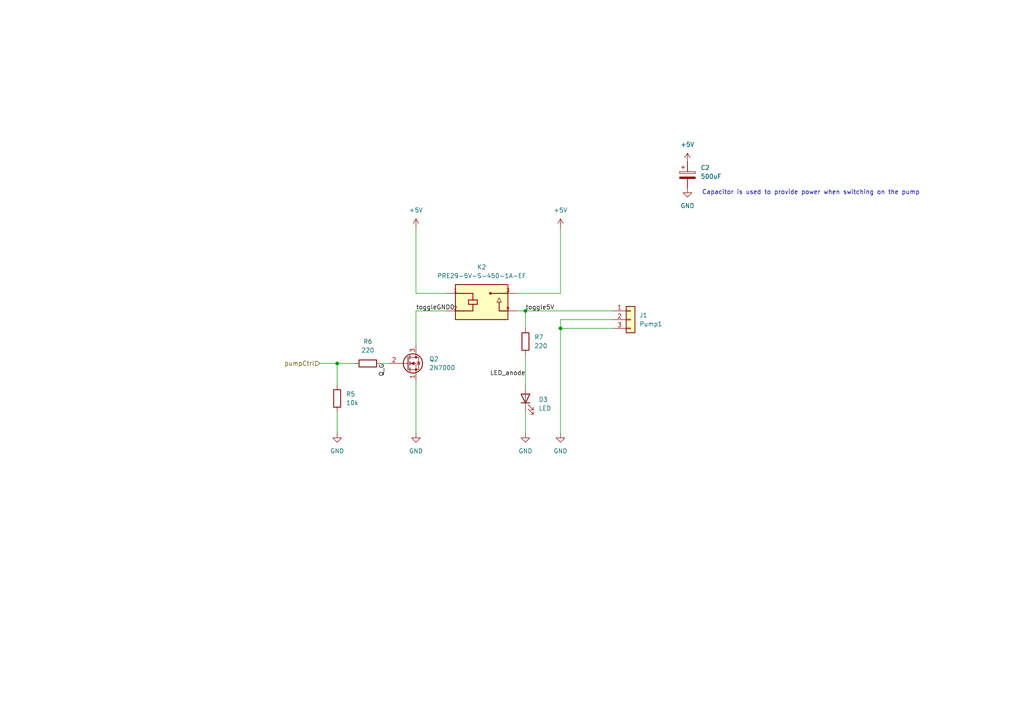
<source format=kicad_sch>
(kicad_sch (version 20231120) (generator "eeschema") (generator_version "8.0")
  (paper "A4")
  (lib_symbols
    (symbol "Connector_Generic:Conn_01x03" (pin_names (offset 1.016) hide)
      (property "Reference" "J" (at 0 5.08 0))
      (property "Value" "Conn_01x03" (at 0 -5.08 0))
      (symbol "Conn_01x03_1_1"
        (rectangle (start -1.27 -2.413) (end 0 -2.667) (stroke (width 0.1524)))
        (rectangle (start -1.27 0.127) (end 0 -0.127) (stroke (width 0.1524)))
        (rectangle (start -1.27 2.667) (end 0 2.413) (stroke (width 0.1524)))
        (rectangle (start -1.27 3.81) (end 1.27 -3.81) (stroke (width 0.254)) (fill (type background)))
        (pin passive line (at -5.08 2.54 0) (length 3.81) (name "Pin_1") (number "1"))
        (pin passive line (at -5.08 0 0) (length 3.81) (name "Pin_2") (number "2"))
        (pin passive line (at -5.08 -2.54 0) (length 3.81) (name "Pin_3") (number "3"))
      )
    )
    (symbol "Device:C_Polarized" (pin_numbers hide) (pin_names (offset 0.254))
      (property "Reference" "C" (at 0.635 2.54 0))
      (property "Value" "C_Polarized" (at 0.635 -2.54 0))
      (symbol "C_Polarized_0_1"
        (rectangle (start -2.286 0.508) (end 2.286 1.016))
        (polyline (pts (xy -1.778 2.286) (xy -0.762 2.286)))
        (polyline (pts (xy -1.27 2.794) (xy -1.27 1.778)))
        (rectangle (start 2.286 -0.508) (end -2.286 -1.016) (fill (type outline)))
      )
      (symbol "C_Polarized_1_1"
        (pin passive line (at 0 3.81 270) (length 2.794) (name "~") (number "1"))
        (pin passive line (at 0 -3.81 90) (length 2.794) (name "~") (number "2"))
      )
    )
    (symbol "Device:LED" (pin_numbers hide) (pin_names (offset 1.016) hide)
      (property "Reference" "D" (at 0 2.54 0))
      (property "Value" "LED" (at 0 -2.54 0))
      (symbol "LED_0_1"
        (polyline (pts (xy -1.27 -1.27) (xy -1.27 1.27)) (stroke (width 0.254)))
        (polyline (pts (xy -1.27 0) (xy 1.27 0)))
        (polyline (pts (xy 1.27 -1.27) (xy 1.27 1.27) (xy -1.27 0) (xy 1.27 -1.27)) (stroke (width 0.254)))
        (polyline (pts (xy -3.048 -0.762) (xy -4.572 -2.286) (xy -3.81 -2.286) (xy -4.572 -2.286) (xy -4.572 -1.524)))
        (polyline (pts (xy -1.778 -0.762) (xy -3.302 -2.286) (xy -2.54 -2.286) (xy -3.302 -2.286) (xy -3.302 -1.524)))
      )
      (symbol "LED_1_1"
        (pin passive line (at -3.81 0 0) (length 2.54) (name "K") (number "1"))
        (pin passive line (at 3.81 0 180) (length 2.54) (name "A") (number "2"))
      )
    )
    (symbol "Device:R" (pin_numbers hide) (pin_names (offset 0))
      (property "Reference" "R" (at 2.032 0 90))
      (property "Value" "R" (at 0 0 90))
      (symbol "R_0_1"
        (rectangle (start -1.016 -2.54) (end 1.016 2.54) (stroke (width 0.254)))
      )
      (symbol "R_1_1"
        (pin passive line (at 0 3.81 270) (length 1.27) (name "~") (number "1"))
        (pin passive line (at 0 -3.81 90) (length 1.27) (name "~") (number "2"))
      )
    )
    (symbol "PRE29-5V-S-450-1A-EF:PRE29-5V-S-450-1A-EF" (pin_names (offset 1.016) hide)
      (property "Reference" "K" (at -7.62 6.35 0))
      (property "Value" "PRE29-5V-S-450-1A-EF" (at -7.62 -7.62 0))
      (symbol "PRE29-5V-S-450-1A-EF_0_0"
        (rectangle (start -7.62 -5.08) (end 7.62 5.08) (stroke (width 0.254)) (fill (type background)))
        (polyline (pts (xy -7.62 -2.54) (xy -2.54 -2.54)) (stroke (width 0.254)))
        (polyline (pts (xy -7.62 2.54) (xy -2.54 2.54)) (stroke (width 0.254)))
        (polyline (pts (xy -3.81 -0.635) (xy -3.81 0.635)) (stroke (width 0.254)))
        (polyline (pts (xy -3.81 0.635) (xy -2.54 0.635)) (stroke (width 0.254)))
        (polyline (pts (xy -2.54 -0.635) (xy -3.81 -0.635)) (stroke (width 0.254)))
        (polyline (pts (xy -2.54 -0.635) (xy -2.54 -2.54)) (stroke (width 0.254)))
        (polyline (pts (xy -2.54 0.635) (xy -1.27 0.635)) (stroke (width 0.254)))
        (polyline (pts (xy -2.54 2.54) (xy -2.54 0.635)) (stroke (width 0.254)))
        (polyline (pts (xy -1.27 -0.635) (xy -2.54 -0.635)) (stroke (width 0.254)))
        (polyline (pts (xy -1.27 0.635) (xy -1.27 -0.635)) (stroke (width 0.254)))
        (polyline (pts (xy 5.08 -2.54) (xy 5.08 0)) (stroke (width 0.254)))
        (polyline (pts (xy 7.62 -2.54) (xy 5.08 -2.54)) (stroke (width 0.254)))
        (polyline (pts (xy 7.62 2.54) (xy 2.54 2.54)) (stroke (width 0.254)))
        (polyline (pts (xy 4.445 0) (xy 5.715 0) (xy 5.08 1.27) (xy 4.445 0)) (stroke (width 0.1524)) (fill (type background)))
        (circle (center 2.54 2.54) (radius 0.254) (stroke (width 0.254)))
        (pin passive line (at -10.16 2.54 0) (length 5.08) (name "~") (number "1"))
        (pin passive line (at -10.16 -2.54 0) (length 5.08) (name "~") (number "2"))
        (pin passive line (at 10.16 2.54 180) (length 5.08) (name "~") (number "3"))
        (pin passive line (at 10.16 -2.54 180) (length 5.08) (name "~") (number "4"))
      )
    )
    (symbol "Transistor_FET:2N7000" (pin_names hide)
      (property "Reference" "Q" (at 5.08 1.905 0))
      (property "Value" "2N7000" (at 5.08 0 0))
      (symbol "2N7000_0_1"
        (polyline (pts (xy 0.254 0) (xy -2.54 0)))
        (polyline (pts (xy 0.254 1.905) (xy 0.254 -1.905)) (stroke (width 0.254)))
        (polyline (pts (xy 0.762 -1.27) (xy 0.762 -2.286)) (stroke (width 0.254)))
        (polyline (pts (xy 0.762 0.508) (xy 0.762 -0.508)) (stroke (width 0.254)))
        (polyline (pts (xy 0.762 2.286) (xy 0.762 1.27)) (stroke (width 0.254)))
        (polyline (pts (xy 2.54 2.54) (xy 2.54 1.778)))
        (polyline (pts (xy 2.54 -2.54) (xy 2.54 0) (xy 0.762 0)))
        (polyline (pts (xy 0.762 -1.778) (xy 3.302 -1.778) (xy 3.302 1.778) (xy 0.762 1.778)))
        (polyline (pts (xy 1.016 0) (xy 2.032 0.381) (xy 2.032 -0.381) (xy 1.016 0)) (fill (type outline)))
        (polyline (pts (xy 2.794 0.508) (xy 2.921 0.381) (xy 3.683 0.381) (xy 3.81 0.254)))
        (polyline (pts (xy 3.302 0.381) (xy 2.921 -0.254) (xy 3.683 -0.254) (xy 3.302 0.381)))
        (circle (center 1.651 0) (radius 2.794) (stroke (width 0.254)))
        (circle (center 2.54 -1.778) (radius 0.254) (fill (type outline)))
        (circle (center 2.54 1.778) (radius 0.254) (fill (type outline)))
      )
      (symbol "2N7000_1_1"
        (pin passive line (at 2.54 -5.08 90) (length 2.54) (name "S") (number "1"))
        (pin input line (at -5.08 0 0) (length 2.54) (name "G") (number "2"))
        (pin passive line (at 2.54 5.08 270) (length 2.54) (name "D") (number "3"))
      )
    )
    (symbol "power:+5V" (power) (pin_numbers hide) (pin_names (offset 0) hide)
      (property "Value" "+5V" (at 0 3.556 0))
      (symbol "+5V_0_1"
        (polyline (pts (xy -0.762 1.27) (xy 0 2.54)))
        (polyline (pts (xy 0 0) (xy 0 2.54)))
        (polyline (pts (xy 0 2.54) (xy 0.762 1.27)))
      )
      (symbol "+5V_1_1"
        (pin power_in line (at 0 0 90) (length 0) (name "~") (number "1"))
      )
    )
    (symbol "power:GND" (power) (pin_numbers hide) (pin_names (offset 0) hide)
      (property "Value" "GND" (at 0 -3.81 0))
      (symbol "GND_0_1"
        (polyline (pts (xy 0 0) (xy 0 -1.27) (xy 1.27 -1.27) (xy 0 -2.54) (xy -1.27 -1.27) (xy 0 -1.27)))
      )
      (symbol "GND_1_1"
        (pin power_in line (at 0 0 270) (length 0) (name "~") (number "1"))
      )
    )
  )
  (junction (at 97.79 105.41))
  (junction (at 162.56 95.25))
  (junction (at 152.4 90.17))
  (wire (pts (xy 149.86 90.17) (xy 152.4 90.17)))
  (wire (pts (xy 162.56 92.71) (xy 162.56 95.25)))
  (wire (pts (xy 162.56 95.25) (xy 177.8 95.25)))
  (wire (pts (xy 120.65 110.49) (xy 120.65 125.73)))
  (wire (pts (xy 152.4 119.38) (xy 152.4 125.73)))
  (wire (pts (xy 152.4 102.87) (xy 152.4 111.76)))
  (wire (pts (xy 162.56 66.04) (xy 162.56 85.09)))
  (wire (pts (xy 97.79 105.41) (xy 102.87 105.41)))
  (wire (pts (xy 152.4 90.17) (xy 177.8 90.17)))
  (wire (pts (xy 162.56 95.25) (xy 162.56 125.73)))
  (wire (pts (xy 177.8 92.71) (xy 162.56 92.71)))
  (wire (pts (xy 120.65 100.33) (xy 120.65 90.17)))
  (wire (pts (xy 97.79 105.41) (xy 97.79 111.76)))
  (wire (pts (xy 162.56 85.09) (xy 149.86 85.09)))
  (wire (pts (xy 97.79 119.38) (xy 97.79 125.73)))
  (wire (pts (xy 129.54 85.09) (xy 120.65 85.09)))
  (wire (pts (xy 120.65 90.17) (xy 129.54 90.17)))
  (wire (pts (xy 92.71 105.41) (xy 97.79 105.41)))
  (wire (pts (xy 110.49 105.41) (xy 113.03 105.41)))
  (wire (pts (xy 120.65 66.04) (xy 120.65 85.09)))
  (wire (pts (xy 152.4 90.17) (xy 152.4 95.25)))
  (text "Capacitor is used to provide power when switching on the pump" (at 235.204 55.88 0) (effects (font (size 1.27 1.27))))
  (label "toggleGND0" (at 120.65 90.17 0))
  (label "toggle5V" (at 152.4 90.17 0))
  (label "LED_anode" (at 152.4 109.22 180))
  (label "Q_G" (at 111.76 105.41 270))
  (hierarchical_label "pumpCtrl" (shape input) (at 92.71 105.41 180))
  (symbol (lib_id "Transistor_FET:2N7000") (at 118.11 105.41 0) (unit 1)
    (property "Reference" "Q2" (at 124.46 104.1399 0) (effects (justify left)))
    (property "Value" "2N7000" (at 124.46 106.6799 0) (effects (justify left)))
    (property "Footprint" "Package_TO_SOT_THT:TO-92L_HandSolder" (effects (hide yes)))
    (property "Datasheet" "https://www.vishay.com/docs/70226/70226.pdf" (effects (hide yes)))
    (property "Description" "0.2A Id, 200V Vds, N-Channel MOSFET, 2.6V Logic Level, TO-92" (effects (hide yes)))
    (instances (project "arroseurPCB" (path "" (reference "Q2") (unit 1)) (path "" (reference "Q1") (unit 1)) (path "" (reference "Q3") (unit 1)) (path "" (reference "Q4") (unit 1))))
  )
  (symbol (lib_id "Device:LED") (at 152.4 115.57 90) (unit 1)
    (property "Reference" "D3" (at 156.21 115.8874 90) (effects (justify right)))
    (property "Value" "LED" (at 156.21 118.4274 90) (effects (justify right)))
    (property "Footprint" "LED_THT:LED_D5.0mm" (effects (hide yes)))
    (property "Description" "Light emitting diode" (effects (hide yes)))
    (instances (project "arroseurPCB" (path "" (reference "D3") (unit 1)) (path "" (reference "D1") (unit 1)) (path "" (reference "D4") (unit 1)) (path "" (reference "D5") (unit 1))))
  )
  (symbol (lib_id "power:+5V") (at 120.65 66.04 0) (unit 1)
    (property "Reference" "#PWR014" (effects (hide yes)))
    (property "Value" "+5V" (at 120.65 60.96 0))
    (property "Description" "Power symbol creates a global label with name \"+5V\"" (effects (hide yes)))
    (instances (project "arroseurPCB" (path "" (reference "#PWR014") (unit 1)) (path "" (reference "#PWR02") (unit 1)) (path "" (reference "#PWR022") (unit 1)) (path "" (reference "#PWR030") (unit 1))))
  )
  (symbol (lib_id "Device:C_Polarized") (at 199.39 50.8 0) (unit 1)
    (property "Reference" "C2" (at 203.2 48.6409 0) (effects (justify left)))
    (property "Value" "500uF" (at 203.2 51.1809 0) (effects (justify left)))
    (property "Footprint" "Capacitor_THT:CP_Radial_D6.3mm_P2.50mm" (effects (hide yes)))
    (property "Description" "Polarized capacitor" (effects (hide yes)))
    (instances (project "arroseurPCB" (path "" (reference "C2") (unit 1)) (path "" (reference "C1") (unit 1)) (path "" (reference "C3") (unit 1)) (path "" (reference "C4") (unit 1))))
  )
  (symbol (lib_id "power:GND") (at 120.65 125.73 0) (unit 1)
    (property "Reference" "#PWR015" (effects (hide yes)))
    (property "Value" "GND" (at 120.65 130.81 0))
    (property "Description" "Power symbol creates a global label with name \"GND\" , ground" (effects (hide yes)))
    (instances (project "arroseurPCB" (path "" (reference "#PWR015") (unit 1)) (path "" (reference "#PWR03") (unit 1)) (path "" (reference "#PWR023") (unit 1)) (path "" (reference "#PWR031") (unit 1))))
  )
  (symbol (lib_id "power:GND") (at 162.56 125.73 0) (unit 1)
    (property "Reference" "#PWR018" (effects (hide yes)))
    (property "Value" "GND" (at 162.56 130.81 0))
    (property "Description" "Power symbol creates a global label with name \"GND\" , ground" (effects (hide yes)))
    (instances (project "arroseurPCB" (path "" (reference "#PWR018") (unit 1)) (path "" (reference "#PWR08") (unit 1)) (path "" (reference "#PWR026") (unit 1)) (path "" (reference "#PWR034") (unit 1))))
  )
  (symbol (lib_id "PRE29-5V-S-450-1A-EF:PRE29-5V-S-450-1A-EF") (at 139.7 87.63 0) (unit 1)
    (property "Reference" "K2" (at 139.7 77.47 0))
    (property "Value" "PRE29-5V-S-450-1A-EF" (at 139.7 80.01 0))
    (property "Footprint" "RELAY_PRE29-5V-S-450-1A-EF" (effects (hide yes)))
    (property "Description" "1.0" (effects (hide yes)))
    (property "MANUFACTURER" "CUI DEVICES" (effects (hide yes)))
    (property "MAXIMUM_PACKAGE_HEIGHT" "16 mm" (effects (hide yes)))
    (property "STANDARD" "Manufacturer Recommendations" (effects (hide yes)))
    (instances (project "arroseurPCB" (path "" (reference "K2") (unit 1)) (path "" (reference "K1") (unit 1)) (path "" (reference "K3") (unit 1)) (path "" (reference "K4") (unit 1))))
  )
  (symbol (lib_id "power:+5V") (at 199.39 46.99 0) (unit 1)
    (property "Reference" "#PWR019" (effects (hide yes)))
    (property "Value" "+5V" (at 199.39 41.91 0))
    (property "Description" "Power symbol creates a global label with name \"+5V\"" (effects (hide yes)))
    (instances (project "arroseurPCB" (path "" (reference "#PWR019") (unit 1)) (path "" (reference "#PWR09") (unit 1)) (path "" (reference "#PWR027") (unit 1)) (path "" (reference "#PWR035") (unit 1))))
  )
  (symbol (lib_id "Device:R") (at 97.79 115.57 0) (unit 1)
    (property "Reference" "R5" (at 100.33 114.2999 0) (effects (justify left)))
    (property "Value" "10k" (at 100.33 116.8399 0) (effects (justify left)))
    (property "Footprint" "Resistor_THT:R_Axial_DIN0309_L9.0mm_D3.2mm_P15.24mm_Horizontal" (effects (hide yes)))
    (property "Description" "Resistor" (effects (hide yes)))
    (instances (project "arroseurPCB" (path "" (reference "R5") (unit 1)) (path "" (reference "R2") (unit 1)) (path "" (reference "R8") (unit 1)) (path "" (reference "R11") (unit 1))))
  )
  (symbol (lib_id "power:+5V") (at 162.56 66.04 0) (unit 1)
    (property "Reference" "#PWR017" (effects (hide yes)))
    (property "Value" "+5V" (at 162.56 60.96 0))
    (property "Description" "Power symbol creates a global label with name \"+5V\"" (effects (hide yes)))
    (instances (project "arroseurPCB" (path "" (reference "#PWR017") (unit 1)) (path "" (reference "#PWR07") (unit 1)) (path "" (reference "#PWR025") (unit 1)) (path "" (reference "#PWR033") (unit 1))))
  )
  (symbol (lib_id "Device:R") (at 152.4 99.06 0) (unit 1)
    (property "Reference" "R7" (at 154.94 97.7899 0) (effects (justify left)))
    (property "Value" "220" (at 154.94 100.3299 0) (effects (justify left)))
    (property "Footprint" "Resistor_THT:R_Axial_DIN0309_L9.0mm_D3.2mm_P15.24mm_Horizontal" (effects (hide yes)))
    (property "Description" "Resistor" (effects (hide yes)))
    (instances (project "arroseurPCB" (path "" (reference "R7") (unit 1)) (path "" (reference "R4") (unit 1)) (path "" (reference "R10") (unit 1)) (path "" (reference "R13") (unit 1))))
  )
  (symbol (lib_id "Connector_Generic:Conn_01x03") (at 182.88 92.71 0) (unit 1)
    (property "Reference" "J1" (at 185.42 91.4399 0) (effects (justify left)))
    (property "Value" "Pump1" (at 185.42 93.9799 0) (effects (justify left)))
    (property "Footprint" "PJ-112AH:PJ-112AH" (effects (hide yes)))
    (property "Description" "Generic connector, single row, 01x03, script generated (kicad-library-utils/schlib/autogen/connector/)" (effects (hide yes)))
    (instances (project "arroseurPCB" (path "" (reference "J1") (unit 1)) (path "" (reference "J2") (unit 1)) (path "" (reference "J3") (unit 1)) (path "" (reference "J4") (unit 1))))
  )
  (symbol (lib_id "Device:R") (at 106.68 105.41 90) (unit 1)
    (property "Reference" "R6" (at 106.68 99.06 90))
    (property "Value" "220" (at 106.68 101.6 90))
    (property "Footprint" "Resistor_THT:R_Axial_DIN0309_L9.0mm_D3.2mm_P15.24mm_Horizontal" (effects (hide yes)))
    (property "Description" "Resistor" (effects (hide yes)))
    (instances (project "arroseurPCB" (path "" (reference "R6") (unit 1)) (path "" (reference "R3") (unit 1)) (path "" (reference "R9") (unit 1)) (path "" (reference "R12") (unit 1))))
  )
  (symbol (lib_id "power:GND") (at 199.39 54.61 0) (unit 1)
    (property "Reference" "#PWR020" (effects (hide yes)))
    (property "Value" "GND" (at 199.39 59.69 0))
    (property "Description" "Power symbol creates a global label with name \"GND\" , ground" (effects (hide yes)))
    (instances (project "arroseurPCB" (path "" (reference "#PWR020") (unit 1)) (path "" (reference "#PWR010") (unit 1)) (path "" (reference "#PWR028") (unit 1)) (path "" (reference "#PWR036") (unit 1))))
  )
  (symbol (lib_id "power:GND") (at 152.4 125.73 0) (unit 1)
    (property "Reference" "#PWR016" (effects (hide yes)))
    (property "Value" "GND" (at 152.4 130.81 0))
    (property "Description" "Power symbol creates a global label with name \"GND\" , ground" (effects (hide yes)))
    (instances (project "arroseurPCB" (path "" (reference "#PWR016") (unit 1)) (path "" (reference "#PWR06") (unit 1)) (path "" (reference "#PWR024") (unit 1)) (path "" (reference "#PWR032") (unit 1))))
  )
  (symbol (lib_id "power:GND") (at 97.79 125.73 0) (unit 1)
    (property "Reference" "#PWR013" (effects (hide yes)))
    (property "Value" "GND" (at 97.79 130.81 0))
    (property "Description" "Power symbol creates a global label with name \"GND\" , ground" (effects (hide yes)))
    (instances (project "arroseurPCB" (path "" (reference "#PWR013") (unit 1)) (path "" (reference "#PWR01") (unit 1)) (path "" (reference "#PWR021") (unit 1)) (path "" (reference "#PWR029") (unit 1))))
  )
)
</source>
